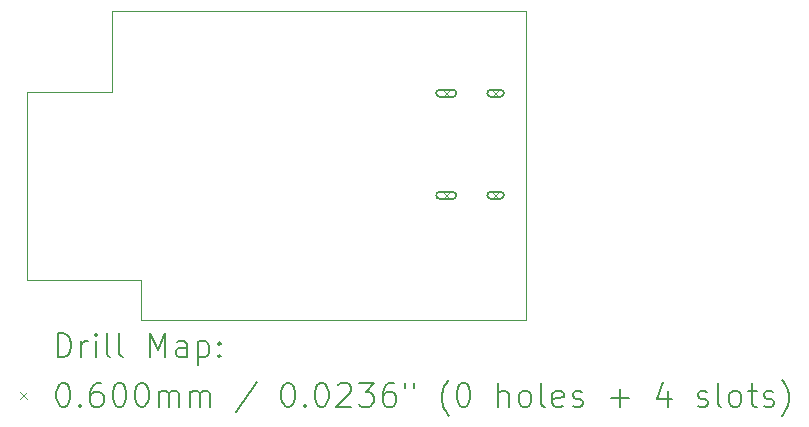
<source format=gbr>
%TF.GenerationSoftware,KiCad,Pcbnew,7.0.8*%
%TF.CreationDate,2024-02-19T13:09:45+00:00*%
%TF.ProjectId,HW_MoveCritic_KiCad_Project,48575f4d-6f76-4654-9372-697469635f4b,rev?*%
%TF.SameCoordinates,Original*%
%TF.FileFunction,Drillmap*%
%TF.FilePolarity,Positive*%
%FSLAX45Y45*%
G04 Gerber Fmt 4.5, Leading zero omitted, Abs format (unit mm)*
G04 Created by KiCad (PCBNEW 7.0.8) date 2024-02-19 13:09:45*
%MOMM*%
%LPD*%
G01*
G04 APERTURE LIST*
%ADD10C,0.100000*%
%ADD11C,0.200000*%
%ADD12C,0.060000*%
G04 APERTURE END LIST*
D10*
X14257500Y-9625000D02*
X14257500Y-9010000D01*
X14507500Y-11552500D02*
X14507500Y-11217500D01*
X14257500Y-9010000D02*
X14257500Y-8937500D01*
X17765000Y-11552500D02*
X14507500Y-11552500D01*
X17765000Y-10997500D02*
X17765000Y-11552500D01*
X13542500Y-11217500D02*
X13542500Y-9625000D01*
X13542500Y-9625000D02*
X14257500Y-9625000D01*
X17767500Y-8935000D02*
X17767500Y-9565000D01*
X14507500Y-11217500D02*
X13542500Y-11217500D01*
X17767500Y-9565000D02*
X17765000Y-10997500D01*
X14257500Y-8937500D02*
X17767500Y-8935000D01*
D11*
D12*
X17059500Y-9606000D02*
X17119500Y-9666000D01*
X17119500Y-9606000D02*
X17059500Y-9666000D01*
D11*
X17034500Y-9666000D02*
X17144500Y-9666000D01*
X17144500Y-9666000D02*
G75*
G03*
X17144500Y-9606000I0J30000D01*
G01*
X17144500Y-9606000D02*
X17034500Y-9606000D01*
X17034500Y-9606000D02*
G75*
G03*
X17034500Y-9666000I0J-30000D01*
G01*
D12*
X17059500Y-10470000D02*
X17119500Y-10530000D01*
X17119500Y-10470000D02*
X17059500Y-10530000D01*
D11*
X17034500Y-10530000D02*
X17144500Y-10530000D01*
X17144500Y-10530000D02*
G75*
G03*
X17144500Y-10470000I0J30000D01*
G01*
X17144500Y-10470000D02*
X17034500Y-10470000D01*
X17034500Y-10470000D02*
G75*
G03*
X17034500Y-10530000I0J-30000D01*
G01*
D12*
X17477500Y-9606000D02*
X17537500Y-9666000D01*
X17537500Y-9606000D02*
X17477500Y-9666000D01*
D11*
X17467500Y-9666000D02*
X17547500Y-9666000D01*
X17547500Y-9666000D02*
G75*
G03*
X17547500Y-9606000I0J30000D01*
G01*
X17547500Y-9606000D02*
X17467500Y-9606000D01*
X17467500Y-9606000D02*
G75*
G03*
X17467500Y-9666000I0J-30000D01*
G01*
D12*
X17477500Y-10470000D02*
X17537500Y-10530000D01*
X17537500Y-10470000D02*
X17477500Y-10530000D01*
D11*
X17467500Y-10530000D02*
X17547500Y-10530000D01*
X17547500Y-10530000D02*
G75*
G03*
X17547500Y-10470000I0J30000D01*
G01*
X17547500Y-10470000D02*
X17467500Y-10470000D01*
X17467500Y-10470000D02*
G75*
G03*
X17467500Y-10530000I0J-30000D01*
G01*
X13798277Y-11868984D02*
X13798277Y-11668984D01*
X13798277Y-11668984D02*
X13845896Y-11668984D01*
X13845896Y-11668984D02*
X13874467Y-11678508D01*
X13874467Y-11678508D02*
X13893515Y-11697555D01*
X13893515Y-11697555D02*
X13903039Y-11716603D01*
X13903039Y-11716603D02*
X13912562Y-11754698D01*
X13912562Y-11754698D02*
X13912562Y-11783269D01*
X13912562Y-11783269D02*
X13903039Y-11821365D01*
X13903039Y-11821365D02*
X13893515Y-11840412D01*
X13893515Y-11840412D02*
X13874467Y-11859460D01*
X13874467Y-11859460D02*
X13845896Y-11868984D01*
X13845896Y-11868984D02*
X13798277Y-11868984D01*
X13998277Y-11868984D02*
X13998277Y-11735650D01*
X13998277Y-11773746D02*
X14007801Y-11754698D01*
X14007801Y-11754698D02*
X14017324Y-11745174D01*
X14017324Y-11745174D02*
X14036372Y-11735650D01*
X14036372Y-11735650D02*
X14055420Y-11735650D01*
X14122086Y-11868984D02*
X14122086Y-11735650D01*
X14122086Y-11668984D02*
X14112562Y-11678508D01*
X14112562Y-11678508D02*
X14122086Y-11688031D01*
X14122086Y-11688031D02*
X14131610Y-11678508D01*
X14131610Y-11678508D02*
X14122086Y-11668984D01*
X14122086Y-11668984D02*
X14122086Y-11688031D01*
X14245896Y-11868984D02*
X14226848Y-11859460D01*
X14226848Y-11859460D02*
X14217324Y-11840412D01*
X14217324Y-11840412D02*
X14217324Y-11668984D01*
X14350658Y-11868984D02*
X14331610Y-11859460D01*
X14331610Y-11859460D02*
X14322086Y-11840412D01*
X14322086Y-11840412D02*
X14322086Y-11668984D01*
X14579229Y-11868984D02*
X14579229Y-11668984D01*
X14579229Y-11668984D02*
X14645896Y-11811841D01*
X14645896Y-11811841D02*
X14712562Y-11668984D01*
X14712562Y-11668984D02*
X14712562Y-11868984D01*
X14893515Y-11868984D02*
X14893515Y-11764222D01*
X14893515Y-11764222D02*
X14883991Y-11745174D01*
X14883991Y-11745174D02*
X14864943Y-11735650D01*
X14864943Y-11735650D02*
X14826848Y-11735650D01*
X14826848Y-11735650D02*
X14807801Y-11745174D01*
X14893515Y-11859460D02*
X14874467Y-11868984D01*
X14874467Y-11868984D02*
X14826848Y-11868984D01*
X14826848Y-11868984D02*
X14807801Y-11859460D01*
X14807801Y-11859460D02*
X14798277Y-11840412D01*
X14798277Y-11840412D02*
X14798277Y-11821365D01*
X14798277Y-11821365D02*
X14807801Y-11802317D01*
X14807801Y-11802317D02*
X14826848Y-11792793D01*
X14826848Y-11792793D02*
X14874467Y-11792793D01*
X14874467Y-11792793D02*
X14893515Y-11783269D01*
X14988753Y-11735650D02*
X14988753Y-11935650D01*
X14988753Y-11745174D02*
X15007801Y-11735650D01*
X15007801Y-11735650D02*
X15045896Y-11735650D01*
X15045896Y-11735650D02*
X15064943Y-11745174D01*
X15064943Y-11745174D02*
X15074467Y-11754698D01*
X15074467Y-11754698D02*
X15083991Y-11773746D01*
X15083991Y-11773746D02*
X15083991Y-11830888D01*
X15083991Y-11830888D02*
X15074467Y-11849936D01*
X15074467Y-11849936D02*
X15064943Y-11859460D01*
X15064943Y-11859460D02*
X15045896Y-11868984D01*
X15045896Y-11868984D02*
X15007801Y-11868984D01*
X15007801Y-11868984D02*
X14988753Y-11859460D01*
X15169705Y-11849936D02*
X15179229Y-11859460D01*
X15179229Y-11859460D02*
X15169705Y-11868984D01*
X15169705Y-11868984D02*
X15160182Y-11859460D01*
X15160182Y-11859460D02*
X15169705Y-11849936D01*
X15169705Y-11849936D02*
X15169705Y-11868984D01*
X15169705Y-11745174D02*
X15179229Y-11754698D01*
X15179229Y-11754698D02*
X15169705Y-11764222D01*
X15169705Y-11764222D02*
X15160182Y-11754698D01*
X15160182Y-11754698D02*
X15169705Y-11745174D01*
X15169705Y-11745174D02*
X15169705Y-11764222D01*
D12*
X13477500Y-12167500D02*
X13537500Y-12227500D01*
X13537500Y-12167500D02*
X13477500Y-12227500D01*
D11*
X13836372Y-12088984D02*
X13855420Y-12088984D01*
X13855420Y-12088984D02*
X13874467Y-12098508D01*
X13874467Y-12098508D02*
X13883991Y-12108031D01*
X13883991Y-12108031D02*
X13893515Y-12127079D01*
X13893515Y-12127079D02*
X13903039Y-12165174D01*
X13903039Y-12165174D02*
X13903039Y-12212793D01*
X13903039Y-12212793D02*
X13893515Y-12250888D01*
X13893515Y-12250888D02*
X13883991Y-12269936D01*
X13883991Y-12269936D02*
X13874467Y-12279460D01*
X13874467Y-12279460D02*
X13855420Y-12288984D01*
X13855420Y-12288984D02*
X13836372Y-12288984D01*
X13836372Y-12288984D02*
X13817324Y-12279460D01*
X13817324Y-12279460D02*
X13807801Y-12269936D01*
X13807801Y-12269936D02*
X13798277Y-12250888D01*
X13798277Y-12250888D02*
X13788753Y-12212793D01*
X13788753Y-12212793D02*
X13788753Y-12165174D01*
X13788753Y-12165174D02*
X13798277Y-12127079D01*
X13798277Y-12127079D02*
X13807801Y-12108031D01*
X13807801Y-12108031D02*
X13817324Y-12098508D01*
X13817324Y-12098508D02*
X13836372Y-12088984D01*
X13988753Y-12269936D02*
X13998277Y-12279460D01*
X13998277Y-12279460D02*
X13988753Y-12288984D01*
X13988753Y-12288984D02*
X13979229Y-12279460D01*
X13979229Y-12279460D02*
X13988753Y-12269936D01*
X13988753Y-12269936D02*
X13988753Y-12288984D01*
X14169705Y-12088984D02*
X14131610Y-12088984D01*
X14131610Y-12088984D02*
X14112562Y-12098508D01*
X14112562Y-12098508D02*
X14103039Y-12108031D01*
X14103039Y-12108031D02*
X14083991Y-12136603D01*
X14083991Y-12136603D02*
X14074467Y-12174698D01*
X14074467Y-12174698D02*
X14074467Y-12250888D01*
X14074467Y-12250888D02*
X14083991Y-12269936D01*
X14083991Y-12269936D02*
X14093515Y-12279460D01*
X14093515Y-12279460D02*
X14112562Y-12288984D01*
X14112562Y-12288984D02*
X14150658Y-12288984D01*
X14150658Y-12288984D02*
X14169705Y-12279460D01*
X14169705Y-12279460D02*
X14179229Y-12269936D01*
X14179229Y-12269936D02*
X14188753Y-12250888D01*
X14188753Y-12250888D02*
X14188753Y-12203269D01*
X14188753Y-12203269D02*
X14179229Y-12184222D01*
X14179229Y-12184222D02*
X14169705Y-12174698D01*
X14169705Y-12174698D02*
X14150658Y-12165174D01*
X14150658Y-12165174D02*
X14112562Y-12165174D01*
X14112562Y-12165174D02*
X14093515Y-12174698D01*
X14093515Y-12174698D02*
X14083991Y-12184222D01*
X14083991Y-12184222D02*
X14074467Y-12203269D01*
X14312562Y-12088984D02*
X14331610Y-12088984D01*
X14331610Y-12088984D02*
X14350658Y-12098508D01*
X14350658Y-12098508D02*
X14360182Y-12108031D01*
X14360182Y-12108031D02*
X14369705Y-12127079D01*
X14369705Y-12127079D02*
X14379229Y-12165174D01*
X14379229Y-12165174D02*
X14379229Y-12212793D01*
X14379229Y-12212793D02*
X14369705Y-12250888D01*
X14369705Y-12250888D02*
X14360182Y-12269936D01*
X14360182Y-12269936D02*
X14350658Y-12279460D01*
X14350658Y-12279460D02*
X14331610Y-12288984D01*
X14331610Y-12288984D02*
X14312562Y-12288984D01*
X14312562Y-12288984D02*
X14293515Y-12279460D01*
X14293515Y-12279460D02*
X14283991Y-12269936D01*
X14283991Y-12269936D02*
X14274467Y-12250888D01*
X14274467Y-12250888D02*
X14264943Y-12212793D01*
X14264943Y-12212793D02*
X14264943Y-12165174D01*
X14264943Y-12165174D02*
X14274467Y-12127079D01*
X14274467Y-12127079D02*
X14283991Y-12108031D01*
X14283991Y-12108031D02*
X14293515Y-12098508D01*
X14293515Y-12098508D02*
X14312562Y-12088984D01*
X14503039Y-12088984D02*
X14522086Y-12088984D01*
X14522086Y-12088984D02*
X14541134Y-12098508D01*
X14541134Y-12098508D02*
X14550658Y-12108031D01*
X14550658Y-12108031D02*
X14560182Y-12127079D01*
X14560182Y-12127079D02*
X14569705Y-12165174D01*
X14569705Y-12165174D02*
X14569705Y-12212793D01*
X14569705Y-12212793D02*
X14560182Y-12250888D01*
X14560182Y-12250888D02*
X14550658Y-12269936D01*
X14550658Y-12269936D02*
X14541134Y-12279460D01*
X14541134Y-12279460D02*
X14522086Y-12288984D01*
X14522086Y-12288984D02*
X14503039Y-12288984D01*
X14503039Y-12288984D02*
X14483991Y-12279460D01*
X14483991Y-12279460D02*
X14474467Y-12269936D01*
X14474467Y-12269936D02*
X14464943Y-12250888D01*
X14464943Y-12250888D02*
X14455420Y-12212793D01*
X14455420Y-12212793D02*
X14455420Y-12165174D01*
X14455420Y-12165174D02*
X14464943Y-12127079D01*
X14464943Y-12127079D02*
X14474467Y-12108031D01*
X14474467Y-12108031D02*
X14483991Y-12098508D01*
X14483991Y-12098508D02*
X14503039Y-12088984D01*
X14655420Y-12288984D02*
X14655420Y-12155650D01*
X14655420Y-12174698D02*
X14664943Y-12165174D01*
X14664943Y-12165174D02*
X14683991Y-12155650D01*
X14683991Y-12155650D02*
X14712563Y-12155650D01*
X14712563Y-12155650D02*
X14731610Y-12165174D01*
X14731610Y-12165174D02*
X14741134Y-12184222D01*
X14741134Y-12184222D02*
X14741134Y-12288984D01*
X14741134Y-12184222D02*
X14750658Y-12165174D01*
X14750658Y-12165174D02*
X14769705Y-12155650D01*
X14769705Y-12155650D02*
X14798277Y-12155650D01*
X14798277Y-12155650D02*
X14817324Y-12165174D01*
X14817324Y-12165174D02*
X14826848Y-12184222D01*
X14826848Y-12184222D02*
X14826848Y-12288984D01*
X14922086Y-12288984D02*
X14922086Y-12155650D01*
X14922086Y-12174698D02*
X14931610Y-12165174D01*
X14931610Y-12165174D02*
X14950658Y-12155650D01*
X14950658Y-12155650D02*
X14979229Y-12155650D01*
X14979229Y-12155650D02*
X14998277Y-12165174D01*
X14998277Y-12165174D02*
X15007801Y-12184222D01*
X15007801Y-12184222D02*
X15007801Y-12288984D01*
X15007801Y-12184222D02*
X15017324Y-12165174D01*
X15017324Y-12165174D02*
X15036372Y-12155650D01*
X15036372Y-12155650D02*
X15064943Y-12155650D01*
X15064943Y-12155650D02*
X15083991Y-12165174D01*
X15083991Y-12165174D02*
X15093515Y-12184222D01*
X15093515Y-12184222D02*
X15093515Y-12288984D01*
X15483991Y-12079460D02*
X15312563Y-12336603D01*
X15741134Y-12088984D02*
X15760182Y-12088984D01*
X15760182Y-12088984D02*
X15779229Y-12098508D01*
X15779229Y-12098508D02*
X15788753Y-12108031D01*
X15788753Y-12108031D02*
X15798277Y-12127079D01*
X15798277Y-12127079D02*
X15807801Y-12165174D01*
X15807801Y-12165174D02*
X15807801Y-12212793D01*
X15807801Y-12212793D02*
X15798277Y-12250888D01*
X15798277Y-12250888D02*
X15788753Y-12269936D01*
X15788753Y-12269936D02*
X15779229Y-12279460D01*
X15779229Y-12279460D02*
X15760182Y-12288984D01*
X15760182Y-12288984D02*
X15741134Y-12288984D01*
X15741134Y-12288984D02*
X15722086Y-12279460D01*
X15722086Y-12279460D02*
X15712563Y-12269936D01*
X15712563Y-12269936D02*
X15703039Y-12250888D01*
X15703039Y-12250888D02*
X15693515Y-12212793D01*
X15693515Y-12212793D02*
X15693515Y-12165174D01*
X15693515Y-12165174D02*
X15703039Y-12127079D01*
X15703039Y-12127079D02*
X15712563Y-12108031D01*
X15712563Y-12108031D02*
X15722086Y-12098508D01*
X15722086Y-12098508D02*
X15741134Y-12088984D01*
X15893515Y-12269936D02*
X15903039Y-12279460D01*
X15903039Y-12279460D02*
X15893515Y-12288984D01*
X15893515Y-12288984D02*
X15883991Y-12279460D01*
X15883991Y-12279460D02*
X15893515Y-12269936D01*
X15893515Y-12269936D02*
X15893515Y-12288984D01*
X16026848Y-12088984D02*
X16045896Y-12088984D01*
X16045896Y-12088984D02*
X16064944Y-12098508D01*
X16064944Y-12098508D02*
X16074467Y-12108031D01*
X16074467Y-12108031D02*
X16083991Y-12127079D01*
X16083991Y-12127079D02*
X16093515Y-12165174D01*
X16093515Y-12165174D02*
X16093515Y-12212793D01*
X16093515Y-12212793D02*
X16083991Y-12250888D01*
X16083991Y-12250888D02*
X16074467Y-12269936D01*
X16074467Y-12269936D02*
X16064944Y-12279460D01*
X16064944Y-12279460D02*
X16045896Y-12288984D01*
X16045896Y-12288984D02*
X16026848Y-12288984D01*
X16026848Y-12288984D02*
X16007801Y-12279460D01*
X16007801Y-12279460D02*
X15998277Y-12269936D01*
X15998277Y-12269936D02*
X15988753Y-12250888D01*
X15988753Y-12250888D02*
X15979229Y-12212793D01*
X15979229Y-12212793D02*
X15979229Y-12165174D01*
X15979229Y-12165174D02*
X15988753Y-12127079D01*
X15988753Y-12127079D02*
X15998277Y-12108031D01*
X15998277Y-12108031D02*
X16007801Y-12098508D01*
X16007801Y-12098508D02*
X16026848Y-12088984D01*
X16169706Y-12108031D02*
X16179229Y-12098508D01*
X16179229Y-12098508D02*
X16198277Y-12088984D01*
X16198277Y-12088984D02*
X16245896Y-12088984D01*
X16245896Y-12088984D02*
X16264944Y-12098508D01*
X16264944Y-12098508D02*
X16274467Y-12108031D01*
X16274467Y-12108031D02*
X16283991Y-12127079D01*
X16283991Y-12127079D02*
X16283991Y-12146127D01*
X16283991Y-12146127D02*
X16274467Y-12174698D01*
X16274467Y-12174698D02*
X16160182Y-12288984D01*
X16160182Y-12288984D02*
X16283991Y-12288984D01*
X16350658Y-12088984D02*
X16474467Y-12088984D01*
X16474467Y-12088984D02*
X16407801Y-12165174D01*
X16407801Y-12165174D02*
X16436372Y-12165174D01*
X16436372Y-12165174D02*
X16455420Y-12174698D01*
X16455420Y-12174698D02*
X16464944Y-12184222D01*
X16464944Y-12184222D02*
X16474467Y-12203269D01*
X16474467Y-12203269D02*
X16474467Y-12250888D01*
X16474467Y-12250888D02*
X16464944Y-12269936D01*
X16464944Y-12269936D02*
X16455420Y-12279460D01*
X16455420Y-12279460D02*
X16436372Y-12288984D01*
X16436372Y-12288984D02*
X16379229Y-12288984D01*
X16379229Y-12288984D02*
X16360182Y-12279460D01*
X16360182Y-12279460D02*
X16350658Y-12269936D01*
X16645896Y-12088984D02*
X16607801Y-12088984D01*
X16607801Y-12088984D02*
X16588753Y-12098508D01*
X16588753Y-12098508D02*
X16579229Y-12108031D01*
X16579229Y-12108031D02*
X16560182Y-12136603D01*
X16560182Y-12136603D02*
X16550658Y-12174698D01*
X16550658Y-12174698D02*
X16550658Y-12250888D01*
X16550658Y-12250888D02*
X16560182Y-12269936D01*
X16560182Y-12269936D02*
X16569706Y-12279460D01*
X16569706Y-12279460D02*
X16588753Y-12288984D01*
X16588753Y-12288984D02*
X16626848Y-12288984D01*
X16626848Y-12288984D02*
X16645896Y-12279460D01*
X16645896Y-12279460D02*
X16655420Y-12269936D01*
X16655420Y-12269936D02*
X16664944Y-12250888D01*
X16664944Y-12250888D02*
X16664944Y-12203269D01*
X16664944Y-12203269D02*
X16655420Y-12184222D01*
X16655420Y-12184222D02*
X16645896Y-12174698D01*
X16645896Y-12174698D02*
X16626848Y-12165174D01*
X16626848Y-12165174D02*
X16588753Y-12165174D01*
X16588753Y-12165174D02*
X16569706Y-12174698D01*
X16569706Y-12174698D02*
X16560182Y-12184222D01*
X16560182Y-12184222D02*
X16550658Y-12203269D01*
X16741134Y-12088984D02*
X16741134Y-12127079D01*
X16817325Y-12088984D02*
X16817325Y-12127079D01*
X17112563Y-12365174D02*
X17103039Y-12355650D01*
X17103039Y-12355650D02*
X17083991Y-12327079D01*
X17083991Y-12327079D02*
X17074468Y-12308031D01*
X17074468Y-12308031D02*
X17064944Y-12279460D01*
X17064944Y-12279460D02*
X17055420Y-12231841D01*
X17055420Y-12231841D02*
X17055420Y-12193746D01*
X17055420Y-12193746D02*
X17064944Y-12146127D01*
X17064944Y-12146127D02*
X17074468Y-12117555D01*
X17074468Y-12117555D02*
X17083991Y-12098508D01*
X17083991Y-12098508D02*
X17103039Y-12069936D01*
X17103039Y-12069936D02*
X17112563Y-12060412D01*
X17226849Y-12088984D02*
X17245896Y-12088984D01*
X17245896Y-12088984D02*
X17264944Y-12098508D01*
X17264944Y-12098508D02*
X17274468Y-12108031D01*
X17274468Y-12108031D02*
X17283991Y-12127079D01*
X17283991Y-12127079D02*
X17293515Y-12165174D01*
X17293515Y-12165174D02*
X17293515Y-12212793D01*
X17293515Y-12212793D02*
X17283991Y-12250888D01*
X17283991Y-12250888D02*
X17274468Y-12269936D01*
X17274468Y-12269936D02*
X17264944Y-12279460D01*
X17264944Y-12279460D02*
X17245896Y-12288984D01*
X17245896Y-12288984D02*
X17226849Y-12288984D01*
X17226849Y-12288984D02*
X17207801Y-12279460D01*
X17207801Y-12279460D02*
X17198277Y-12269936D01*
X17198277Y-12269936D02*
X17188753Y-12250888D01*
X17188753Y-12250888D02*
X17179230Y-12212793D01*
X17179230Y-12212793D02*
X17179230Y-12165174D01*
X17179230Y-12165174D02*
X17188753Y-12127079D01*
X17188753Y-12127079D02*
X17198277Y-12108031D01*
X17198277Y-12108031D02*
X17207801Y-12098508D01*
X17207801Y-12098508D02*
X17226849Y-12088984D01*
X17531611Y-12288984D02*
X17531611Y-12088984D01*
X17617325Y-12288984D02*
X17617325Y-12184222D01*
X17617325Y-12184222D02*
X17607801Y-12165174D01*
X17607801Y-12165174D02*
X17588753Y-12155650D01*
X17588753Y-12155650D02*
X17560182Y-12155650D01*
X17560182Y-12155650D02*
X17541134Y-12165174D01*
X17541134Y-12165174D02*
X17531611Y-12174698D01*
X17741134Y-12288984D02*
X17722087Y-12279460D01*
X17722087Y-12279460D02*
X17712563Y-12269936D01*
X17712563Y-12269936D02*
X17703039Y-12250888D01*
X17703039Y-12250888D02*
X17703039Y-12193746D01*
X17703039Y-12193746D02*
X17712563Y-12174698D01*
X17712563Y-12174698D02*
X17722087Y-12165174D01*
X17722087Y-12165174D02*
X17741134Y-12155650D01*
X17741134Y-12155650D02*
X17769706Y-12155650D01*
X17769706Y-12155650D02*
X17788753Y-12165174D01*
X17788753Y-12165174D02*
X17798277Y-12174698D01*
X17798277Y-12174698D02*
X17807801Y-12193746D01*
X17807801Y-12193746D02*
X17807801Y-12250888D01*
X17807801Y-12250888D02*
X17798277Y-12269936D01*
X17798277Y-12269936D02*
X17788753Y-12279460D01*
X17788753Y-12279460D02*
X17769706Y-12288984D01*
X17769706Y-12288984D02*
X17741134Y-12288984D01*
X17922087Y-12288984D02*
X17903039Y-12279460D01*
X17903039Y-12279460D02*
X17893515Y-12260412D01*
X17893515Y-12260412D02*
X17893515Y-12088984D01*
X18074468Y-12279460D02*
X18055420Y-12288984D01*
X18055420Y-12288984D02*
X18017325Y-12288984D01*
X18017325Y-12288984D02*
X17998277Y-12279460D01*
X17998277Y-12279460D02*
X17988753Y-12260412D01*
X17988753Y-12260412D02*
X17988753Y-12184222D01*
X17988753Y-12184222D02*
X17998277Y-12165174D01*
X17998277Y-12165174D02*
X18017325Y-12155650D01*
X18017325Y-12155650D02*
X18055420Y-12155650D01*
X18055420Y-12155650D02*
X18074468Y-12165174D01*
X18074468Y-12165174D02*
X18083992Y-12184222D01*
X18083992Y-12184222D02*
X18083992Y-12203269D01*
X18083992Y-12203269D02*
X17988753Y-12222317D01*
X18160182Y-12279460D02*
X18179230Y-12288984D01*
X18179230Y-12288984D02*
X18217325Y-12288984D01*
X18217325Y-12288984D02*
X18236373Y-12279460D01*
X18236373Y-12279460D02*
X18245896Y-12260412D01*
X18245896Y-12260412D02*
X18245896Y-12250888D01*
X18245896Y-12250888D02*
X18236373Y-12231841D01*
X18236373Y-12231841D02*
X18217325Y-12222317D01*
X18217325Y-12222317D02*
X18188753Y-12222317D01*
X18188753Y-12222317D02*
X18169706Y-12212793D01*
X18169706Y-12212793D02*
X18160182Y-12193746D01*
X18160182Y-12193746D02*
X18160182Y-12184222D01*
X18160182Y-12184222D02*
X18169706Y-12165174D01*
X18169706Y-12165174D02*
X18188753Y-12155650D01*
X18188753Y-12155650D02*
X18217325Y-12155650D01*
X18217325Y-12155650D02*
X18236373Y-12165174D01*
X18483992Y-12212793D02*
X18636373Y-12212793D01*
X18560182Y-12288984D02*
X18560182Y-12136603D01*
X18969706Y-12155650D02*
X18969706Y-12288984D01*
X18922087Y-12079460D02*
X18874468Y-12222317D01*
X18874468Y-12222317D02*
X18998277Y-12222317D01*
X19217325Y-12279460D02*
X19236373Y-12288984D01*
X19236373Y-12288984D02*
X19274468Y-12288984D01*
X19274468Y-12288984D02*
X19293516Y-12279460D01*
X19293516Y-12279460D02*
X19303039Y-12260412D01*
X19303039Y-12260412D02*
X19303039Y-12250888D01*
X19303039Y-12250888D02*
X19293516Y-12231841D01*
X19293516Y-12231841D02*
X19274468Y-12222317D01*
X19274468Y-12222317D02*
X19245896Y-12222317D01*
X19245896Y-12222317D02*
X19226849Y-12212793D01*
X19226849Y-12212793D02*
X19217325Y-12193746D01*
X19217325Y-12193746D02*
X19217325Y-12184222D01*
X19217325Y-12184222D02*
X19226849Y-12165174D01*
X19226849Y-12165174D02*
X19245896Y-12155650D01*
X19245896Y-12155650D02*
X19274468Y-12155650D01*
X19274468Y-12155650D02*
X19293516Y-12165174D01*
X19417325Y-12288984D02*
X19398277Y-12279460D01*
X19398277Y-12279460D02*
X19388754Y-12260412D01*
X19388754Y-12260412D02*
X19388754Y-12088984D01*
X19522087Y-12288984D02*
X19503039Y-12279460D01*
X19503039Y-12279460D02*
X19493516Y-12269936D01*
X19493516Y-12269936D02*
X19483992Y-12250888D01*
X19483992Y-12250888D02*
X19483992Y-12193746D01*
X19483992Y-12193746D02*
X19493516Y-12174698D01*
X19493516Y-12174698D02*
X19503039Y-12165174D01*
X19503039Y-12165174D02*
X19522087Y-12155650D01*
X19522087Y-12155650D02*
X19550658Y-12155650D01*
X19550658Y-12155650D02*
X19569706Y-12165174D01*
X19569706Y-12165174D02*
X19579230Y-12174698D01*
X19579230Y-12174698D02*
X19588754Y-12193746D01*
X19588754Y-12193746D02*
X19588754Y-12250888D01*
X19588754Y-12250888D02*
X19579230Y-12269936D01*
X19579230Y-12269936D02*
X19569706Y-12279460D01*
X19569706Y-12279460D02*
X19550658Y-12288984D01*
X19550658Y-12288984D02*
X19522087Y-12288984D01*
X19645897Y-12155650D02*
X19722087Y-12155650D01*
X19674468Y-12088984D02*
X19674468Y-12260412D01*
X19674468Y-12260412D02*
X19683992Y-12279460D01*
X19683992Y-12279460D02*
X19703039Y-12288984D01*
X19703039Y-12288984D02*
X19722087Y-12288984D01*
X19779230Y-12279460D02*
X19798277Y-12288984D01*
X19798277Y-12288984D02*
X19836373Y-12288984D01*
X19836373Y-12288984D02*
X19855420Y-12279460D01*
X19855420Y-12279460D02*
X19864944Y-12260412D01*
X19864944Y-12260412D02*
X19864944Y-12250888D01*
X19864944Y-12250888D02*
X19855420Y-12231841D01*
X19855420Y-12231841D02*
X19836373Y-12222317D01*
X19836373Y-12222317D02*
X19807801Y-12222317D01*
X19807801Y-12222317D02*
X19788754Y-12212793D01*
X19788754Y-12212793D02*
X19779230Y-12193746D01*
X19779230Y-12193746D02*
X19779230Y-12184222D01*
X19779230Y-12184222D02*
X19788754Y-12165174D01*
X19788754Y-12165174D02*
X19807801Y-12155650D01*
X19807801Y-12155650D02*
X19836373Y-12155650D01*
X19836373Y-12155650D02*
X19855420Y-12165174D01*
X19931611Y-12365174D02*
X19941135Y-12355650D01*
X19941135Y-12355650D02*
X19960182Y-12327079D01*
X19960182Y-12327079D02*
X19969706Y-12308031D01*
X19969706Y-12308031D02*
X19979230Y-12279460D01*
X19979230Y-12279460D02*
X19988754Y-12231841D01*
X19988754Y-12231841D02*
X19988754Y-12193746D01*
X19988754Y-12193746D02*
X19979230Y-12146127D01*
X19979230Y-12146127D02*
X19969706Y-12117555D01*
X19969706Y-12117555D02*
X19960182Y-12098508D01*
X19960182Y-12098508D02*
X19941135Y-12069936D01*
X19941135Y-12069936D02*
X19931611Y-12060412D01*
M02*

</source>
